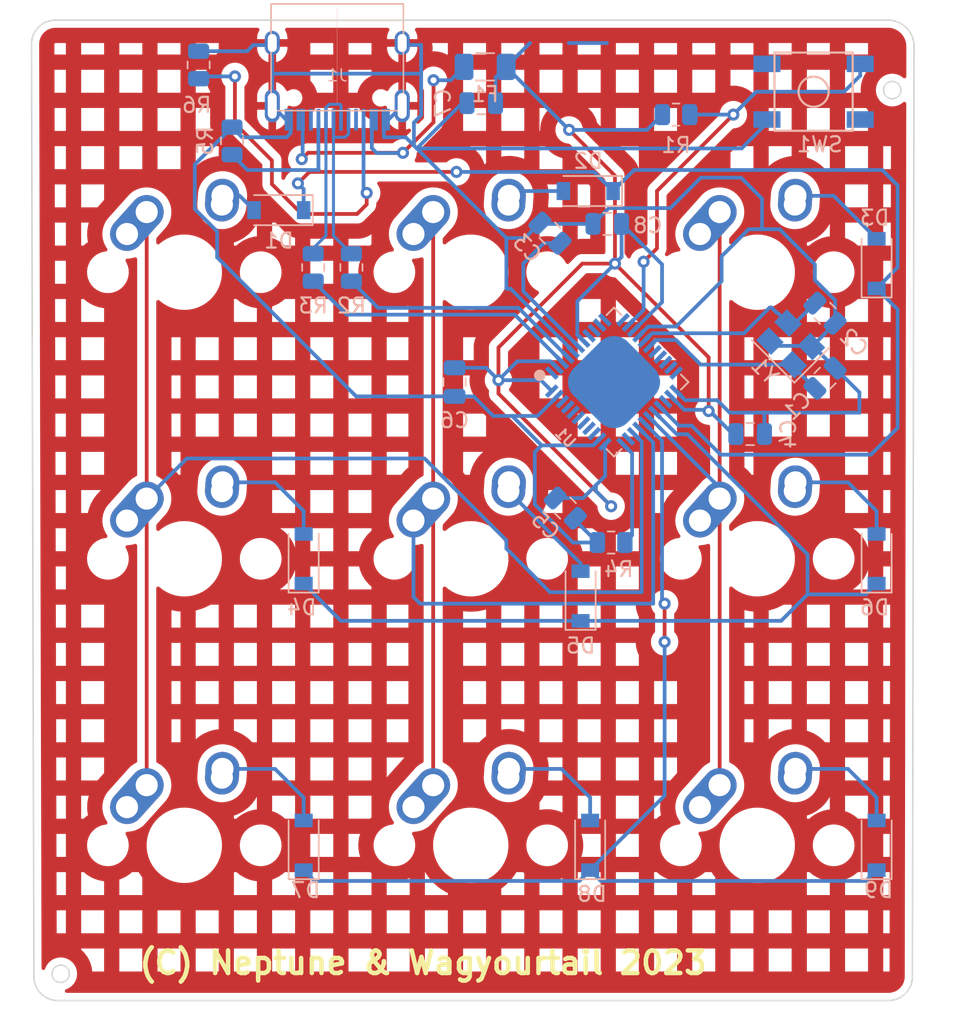
<source format=kicad_pcb>
(kicad_pcb (version 20211014) (generator pcbnew)
  (layers (0 "F.Cu" signal) (31 "B.Cu" signal) (34 "B.Paste" user) (35 "F.Paste" user) (36 "B.SilkS" user "B.Silkscreen") (37 "F.SilkS" user "F.Silkscreen") (38 "B.Mask" user) (39 "F.Mask" user) (44 "Edge.Cuts" user))
  (net 0 "")
  (net 1 "GND")
  (net 2 "Net-(C1-Pad2)")
  (net 3 "Net-(C2-Pad2)")
  (net 4 "Net-(C3-Pad1)")
  (net 5 "+5V")
  (net 6 "ROW0")
  (net 7 "Net-(D1-Pad2)")
  (net 8 "Net-(D2-Pad2)")
  (net 9 "Net-(D3-Pad2)")
  (net 10 "ROW1")
  (net 11 "Net-(D4-Pad2)")
  (net 12 "Net-(D5-Pad2)")
  (net 13 "Net-(D6-Pad2)")
  (net 14 "ROW2")
  (net 15 "Net-(D7-Pad2)")
  (net 16 "Net-(D8-Pad2)")
  (net 17 "Net-(D9-Pad2)")
  (net 18 "VCC")
  (net 19 "COL0")
  (net 20 "COL1")
  (net 21 "COL2")
  (net 22 "Net-(R1-Pad2)")
  (net 23 "D+")
  (net 24 "Net-(R2-Pad2)")
  (net 25 "D-")
  (net 26 "Net-(R3-Pad2)")
  (net 27 "Net-(R4-Pad2)")
  (net 48 "Net-(J1-PadA5)")
  (net 49 "Net-(J1-PadB5)")
  (footprint "MX_Alps_Hybrid:MX-1U-NoLED" (layer "F.Cu") (at 134.9375 109.5375)
    (fp_text reference "MX7")
    (fp_text value "MX-NoLED")
  )
  (footprint "MX_Alps_Hybrid:MX-1U-NoLED" (layer "F.Cu") (at 134.9375 90.4875)
    (fp_text reference "MX4")
    (fp_text value "MX-NoLED")
  )
  (footprint "MX_Alps_Hybrid:MX-1U-NoLED" (layer "F.Cu") (at 173.0375 90.4875)
    (fp_text reference "MX6")
    (fp_text value "MX-NoLED")
  )
  (footprint "MX_Alps_Hybrid:MX-1U-NoLED" (layer "F.Cu") (at 153.9875 109.5375)
    (fp_text reference "MX8")
    (fp_text value "MX-NoLED")
  )
  (footprint "MX_Alps_Hybrid:MX-1U-NoLED" (layer "F.Cu") (at 153.9875 71.4375)
    (fp_text reference "MX2")
    (fp_text value "MX-NoLED")
  )
  (footprint "MX_Alps_Hybrid:MX-1U-NoLED" (layer "F.Cu") (at 173.0375 71.4375)
    (fp_text reference "MX3")
    (fp_text value "MX-NoLED")
  )
  (footprint "MX_Alps_Hybrid:MX-1U-NoLED" (layer "F.Cu") (at 134.9375 71.4375)
    (fp_text reference "MX1")
    (fp_text value "MX-NoLED")
  )
  (footprint "MX_Alps_Hybrid:MX-1U-NoLED" (layer "F.Cu") (at 173.0375 109.5375)
    (fp_text reference "MX9")
    (fp_text value "MX-NoLED")
  )
  (footprint "MX_Alps_Hybrid:MX-1U-NoLED" (layer "F.Cu") (at 153.9875 90.4875)
    (fp_text reference "MX5")
    (fp_text value "MX-NoLED")
  )
  (footprint "Capacitor_SMD:C_0805_2012Metric" (layer "B.Cu") (at 163.068 68.2244 180)
    (fp_text reference "C8")
    (fp_text value "0.1uF")
  )
  (footprint "Diode_SMD:D_SOD-123" (layer "B.Cu") (at 161.798 66.04 180)
    (fp_text reference "D2")
    (fp_text value "D_Small")
  )
  (footprint "resistor:R_0805_2012Metric" (layer "B.Cu") (at 135.89 57.658 90)
    (fp_text reference "R6")
    (fp_text value "5.1k")
  )
  (footprint "Diode_SMD:D_SOD-123" (layer "B.Cu") (at 161.29 92.964 90)
    (fp_text reference "D5")
    (fp_text value "D_Small")
  )
  (footprint "Diode_SMD:D_SOD-123" (layer "B.Cu") (at 142.875 90.4875 90)
    (fp_text reference "D4")
    (fp_text value "D_Small")
  )
  (footprint "Capacitor_SMD:C_0805_2012Metric" (layer "B.Cu") (at 159.258 68.834 135)
    (fp_text reference "C3")
    (fp_text value "1uF")
  )
  (footprint "Diode_SMD:D_SOD-123" (layer "B.Cu") (at 180.975 90.4875 90)
    (fp_text reference "D6")
    (fp_text value "D_Small")
  )
  (footprint "Resistor_SMD:R_0805_2012Metric" (layer "B.Cu") (at 146.05 71.12 -90)
    (fp_text reference "R2")
    (fp_text value "22")
  )
  (footprint "Diode_SMD:D_SOD-123" (layer "B.Cu") (at 142.875 109.5375 90)
    (fp_text reference "D7")
    (fp_text value "D_Small")
  )
  (footprint "resistor:R_0805_2012Metric" (layer "B.Cu") (at 138.1125 62.70625 90)
    (fp_text reference "R5")
    (fp_text value "5.1k")
  )
  (footprint "Resistor_SMD:R_0805_2012Metric" (layer "B.Cu") (at 143.51 71.12 -90)
    (fp_text reference "R3")
    (fp_text value "22")
  )
  (footprint "Fuse:Fuse_1206_3216Metric" (layer "B.Cu") (at 154.94 57.785)
    (fp_text reference "F1")
    (fp_text value "500mA")
  )
  (footprint "jlcusbc:TYPE-C-31-M-12" (layer "B.Cu") (at 145.107524 56.1975)
    (fp_text reference "J1")
    (fp_text value "USB_C_Receptacle_USB2.0")
  )
  (footprint "random-keyboard-parts:SKQG-1155865" (layer "B.Cu") (at 176.784 59.436 180)
    (fp_text reference "SW1")
    (fp_text value "SW_Push")
  )
  (footprint "Capacitor_SMD:C_0805_2012Metric" (layer "B.Cu") (at 154.686 60.198 180)
    (fp_text reference "C7")
    (fp_text value "10uF")
  )
  (footprint "Resistor_SMD:R_0805_2012Metric" (layer "B.Cu") (at 167.64 60.96)
    (fp_text reference "R1")
    (fp_text value "10k")
  )
  (footprint "Diode_SMD:D_SOD-123" (layer "B.Cu") (at 141.224 67.31 180)
    (fp_text reference "D1")
    (fp_text value "D_Small")
  )
  (footprint "Diode_SMD:D_SOD-123" (layer "B.Cu") (at 180.975 70.866 90)
    (fp_text reference "D3")
    (fp_text value "D_Small")
  )
  (footprint "Capacitor_SMD:C_0805_2012Metric" (layer "B.Cu") (at 160.274 87.122 -45)
    (fp_text reference "C5")
    (fp_text value "0.1uF")
  )
  (footprint "ATmega32U4-MU:QFN44G-0.5-7X7MM" (layer "B.Cu") (at 163.5125 78.74 -45)
    (fp_text reference "U1")
    (fp_text value "ATmega32U4-A")
  )
  (footprint "Capacitor_SMD:C_0805_2012Metric" (layer "B.Cu") (at 172.5676 82.1944)
    (fp_text reference "C4")
    (fp_text value "0.1uF")
  )
  (footprint "Diode_SMD:D_SOD-123" (layer "B.Cu") (at 161.925 109.5375 90)
    (fp_text reference "D8")
    (fp_text value "D_Small")
  )
  (footprint "Capacitor_SMD:C_0805_2012Metric" (layer "B.Cu") (at 177.546 74.168 135)
    (fp_text reference "C2")
    (fp_text value "22pF")
  )
  (footprint "Crystal:Crystal_SMD_3225-4Pin_3.2x2.5mm" (layer "B.Cu") (at 175.26 76.2 135)
    (fp_text reference "Y1")
    (fp_text value "16MHz")
  )
  (footprint "Resistor_SMD:R_0805_2012Metric" (layer "B.Cu") (at 163.322 89.408)
    (fp_text reference "R4")
    (fp_text value "10k")
  )
  (footprint "Capacitor_SMD:C_0805_2012Metric" (layer "B.Cu") (at 177.546 78.486 -135)
    (fp_text reference "C1")
    (fp_text value "22pF")
  )
  (footprint "Capacitor_SMD:C_0805_2012Metric" (layer "B.Cu") (at 152.908 78.74 -90)
    (fp_text reference "C6")
    (fp_text value "0.1uF")
  )
  (footprint "Diode_SMD:D_SOD-123" (layer "B.Cu") (at 180.975 109.5375 90)
    (fp_text reference "D9")
    (fp_text value "D_Small")
  )
  (gr_arc (start 126.52375 119.85625) (mid 125.401233 119.391267) (end 124.93625 118.26875) (layer "Edge.Cuts") (width 0.1))
  (gr_circle (center 126.72 118.08) (end 126.72 118.656) (layer "Edge.Cuts") (width 0.1) (fill none))
  (gr_arc (start 183.35625 118.26875) (mid 182.891264 119.39125) (end 181.76875 119.85625) (layer "Edge.Cuts") (width 0.1))
  (gr_circle (center 182.016 59.328) (end 182.016 59.904) (layer "Edge.Cuts") (width 0.1) (fill none))
  (gr_line (start 183.35625 118.26875) (end 183.463178 56.425009) (layer "Edge.Cuts") (width 0.1))
  (gr_line (start 181.875678 54.678759) (end 126.365 54.678759) (layer "Edge.Cuts") (width 0.1))
  (gr_line (start 181.76875 119.85625) (end 126.52375 119.85625) (layer "Edge.Cuts") (width 0.1))
  (gr_arc (start 124.7775 56.266259) (mid 125.242483 55.143742) (end 126.365 54.678759) (layer "Edge.Cuts") (width 0.1))
  (gr_arc (start 181.875678 54.678759) (mid 183.006988 55.245007) (end 183.463178 56.425009) (layer "Edge.Cuts") (width 0.1))
  (gr_line (start 124.93625 118.26875) (end 124.7775 56.266259) (layer "Edge.Cuts") (width 0.1))
  (gr_text "(C) Neptune & Wagyourtail 2023" (at 150.8125 117.348) (layer "F.SilkS") (effects (font (size 1.5 1.5) (thickness 0.3))))
  (segment (start 176.5967 76.334619) (end 174.192538 76.334619) (width 0.25) (layer "B.Cu") (net 1))
  (segment (start 156.356401 69.163901) (end 157.584597 69.163901) (width 0.25) (layer "B.Cu") (net 1))
  (segment (start 176.638858 76.376777) (end 176.5967 76.334619) (width 0.25) (layer "B.Cu") (net 1))
  (segment (start 152.908 79.69) (end 154.178 79.69) (width 0.25) (layer "B.Cu") (net 1))
  (segment (start 150.681524 58.237524) (end 150.687524 58.231524) (width 0.25) (layer "B.Cu") (net 1))
  (segment (start 150.20625 61.486264) (end 150.687524 61.00499) (width 0.25) (layer "B.Cu") (net 1))
  (segment (start 140.787524 56.1975) (end 140.787524 58.237524) (width 0.25) (layer "B.Cu") (net 1))
  (segment (start 162.118 68.2244) (end 163.168 67.1744) (width 0.25) (layer "B.Cu") (net 1))
  (segment (start 176.638858 76.376777) (end 176.780279 76.376777) (width 0.25) (layer "B.Cu") (net 1))
  (segment (start 140.650034 56.33499) (end 140.787524 56.1975) (width 0.25) (layer "B.Cu") (net 1))
  (segment (start 137.120566 70.445566) (end 137.120566 68.724757) (width 0.25) (layer "B.Cu") (net 1))
  (segment (start 173.355 66.548) (end 173.355 68.58) (width 0.25) (layer "B.Cu") (net 1))
  (segment (start 141.732524 62.46499) (end 138.78374 62.46499) (width 0.25) (layer "B.Cu") (net 1))
  (segment (start 173.5328 80.772) (end 171.831 80.772) (width 0.25) (layer "B.Cu") (net 1))
  (segment (start 149.65749 62.46499) (end 148.207524 62.46499) (width 0.25) (layer "B.Cu") (net 1))
  (segment (start 176.867499 71.955268) (end 178.217751 73.30552) (width 0.25) (layer "B.Cu") (net 1))
  (segment (start 162.13181 82.949117) (end 158.692402 82.949117) (width 0.25) (layer "B.Cu") (net 1))
  (segment (start 148.207524 61.5975) (end 149.427524 60.3775) (width 0.25) (layer "B.Cu") (net 1))
  (segment (start 173.5176 80.7872) (end 173.5328 80.772) (width 0.25) (layer "B.Cu") (net 1))
  (segment (start 171.99325 63.21075) (end 173.684 61.52) (width 0.25) (layer "B.Cu") (net 1))
  (segment (start 157.584597 69.163901) (end 158.586249 68.162249) (width 0.25) (layer "B.Cu") (net 1))
  (segment (start 142.007524 61.2975) (end 142.007524 62.18999) (width 0.25) (layer "B.Cu") (net 1))
  (segment (start 168.250116 79.942082) (end 167.640236 79.332202) (width 0.25) (layer "B.Cu") (net 1))
  (segment (start 167.2676 67.1744) (end 169.291 65.151) (width 0.25) (layer "B.Cu") (net 1))
  (segment (start 162.4095 89.408) (end 160.782 89.408) (width 0.25) (layer "B.Cu") (net 1))
  (segment (start 135.89 56.7455) (end 139.117014 56.7455) (width 0.25) (layer "B.Cu") (net 1))
  (segment (start 155.479866 80.991866) (end 156.735151 80.991866) (width 0.25) (layer "B.Cu") (net 1))
  (segment (start 156.356401 69.163901) (end 156.356401 72.536401) (width 0.25) (layer "B.Cu") (net 1))
  (segment (start 158.242 86.868) (end 158.242 83.399519) (width 0.25) (layer "B.Cu") (net 1))
  (segment (start 169.291 65.151) (end 171.958 65.151) (width 0.25) (layer "B.Cu") (net 1))
  (segment (start 158.242 83.399519) (end 158.692402 82.949117) (width 0.25) (layer "B.Cu") (net 1))
  (segment (start 176.780279 76.376777) (end 178.217751 77.814249) (width 0.25) (layer "B.Cu") (net 1))
  (segment (start 135.9595 56.815) (end 135.89 56.7455) (width 0.25) (layer "B.Cu") (net 1))
  (segment (start 160.782 89.408) (end 158.242 86.868) (width 0.25) (layer "B.Cu") (net 1))
  (segment (start 150.687524 61.00499) (end 150.687524 58.231524) (width 0.25) (layer "B.Cu") (net 1))
  (segment (start 158.432207 80.991866) (end 156.735151 80.991866) (width 0.25) (layer "B.Cu") (net 1))
  (segment (start 150.40325 63.21075) (end 171.99325 63.21075) (width 0.25) (layer "B.Cu") (net 1))
  (segment (start 141.732524 61.2975) (end 141.707524 61.2975) (width 0.25) (layer "B.Cu") (net 1))
  (segment (start 156.356401 69.163901) (end 151.16525 63.97275) (width 0.25) (layer "B.Cu") (net 1))
  (segment (start 150.20625 63.01375) (end 149.65749 62.46499) (width 0.25) (layer "B.Cu") (net 1))
  (segment (start 170.668599 70.377401) (end 172.466 68.58) (width 0.25) (layer "B.Cu") (net 1))
  (segment (start 151.16525 63.97275) (end 150.40325 63.21075) (width 0.25) (layer "B.Cu") (net 1))
  (segment (start 139.527524 56.33499) (end 140.650034 56.33499) (width 0.25) (layer "B.Cu") (net 1))
  (segment (start 135.636 67.240191) (end 135.636 64.27025) (width 0.25) (layer "B.Cu") (net 1))
  (segment (start 158.692402 82.949117) (end 156.735151 80.991866) (width 0.25) (layer "B.Cu") (net 1))
  (segment (start 154.178 79.69) (end 155.479866 80.991866) (width 0.25) (layer "B.Cu") (net 1))
  (segment (start 159.738318 79.685755) (end 158.432207 80.991866) (width 0.25) (layer "B.Cu") (net 1))
  (segment (start 152.908 79.69) (end 146.365 79.69) (width 0.25) (layer "B.Cu") (net 1))
  (segment (start 156.356401 72.536401) (end 156.637149 72.536401) (width 0.25) (layer "B.Cu") (net 1))
  (segment (start 142.007524 62.18999) (end 141.732524 62.46499) (width 0.25) (layer "B.Cu") (net 1))
  (segment (start 173.355 68.58) (end 174.527767 68.58) (width 0.25) (layer "B.Cu") (net 1))
  (segment (start 160.945751 87.944251) (end 162.4095 89.408) (width 0.25) (layer "B.Cu") (net 1))
  (segment (start 149.555014 56.32499) (end 149.427524 56.1975) (width 0.25) (layer "B.Cu") (net 1))
  (segment (start 150.687524 56.32499) (end 149.555014 56.32499) (width 0.25) (layer "B.Cu") (net 1))
  (segment (start 165.79319 75.045097) (end 167.651903 75.045097) (width 0.25) (layer "B.Cu") (net 1))
  (segment (start 150.20625 63.01375) (end 150.20625 61.486264) (width 0.25) (layer "B.Cu") (net 1))
  (segment (start 146.365 79.69) (end 137.120566 70.445566) (width 0.25) (layer "B.Cu") (net 1))
  (segment (start 178.217751 73.30552) (end 178.217751 74.839751) (width 0.25) (layer "B.Cu") (net 1))
  (segment (start 150.20625 63.01375) (end 150.40325 63.21075) (width 0.25) (layer "B.Cu") (net 1))
  (segment (start 150.687524 58.231524) (end 150.687524 56.32499) (width 0.25) (layer "B.Cu") (net 1))
  (segment (start 176.867499 70.919732) (end 176.867499 71.955268) (width 0.25) (layer "B.Cu") (net 1))
  (segment (start 178.217751 77.814249) (end 179.832 79.428498) (width 0.25) (layer "B.Cu") (net 1))
  (segment (start 171.831 80.772) (end 171.201354 80.772) (width 0.25) (layer "B.Cu") (net 1))
  (segment (start 170.371436 79.942082) (end 168.250116 79.942082) (width 0.25) (layer "B.Cu") (net 1))
  (segment (start 176.638858 76.376777) (end 176.680725 76.376777) (width 0.25) (layer "B.Cu") (net 1))
  (segment (start 173.5176 82.1944) (end 173.5176 80.7872) (width 0.25) (layer "B.Cu") (net 1))
  (segment (start 171.958 65.151) (end 173.355 66.548) (width 0.25) (layer "B.Cu") (net 1))
  (segment (start 135.636 64.27025) (end 138.1125 61.79375) (width 0.25) (layer "B.Cu") (net 1))
  (segment (start 173.684 61.52) (end 173.684 61.286) (width 0.25) (layer "B.Cu") (net 1))
  (segment (start 174.192538 76.334619) (end 173.881142 76.023223) (width 0.25) (layer "B.Cu") (net 1))
  (segment (start 174.527767 68.58) (end 176.867499 70.919732) (width 0.25) (layer "B.Cu") (net 1))
  (segment (start 139.117014 56.7455) (end 139.527524 56.33499) (width 0.25) (layer "B.Cu") (net 1))
  (segment (start 156.637149 72.536401) (end 160.681748 76.581) (width 0.25) (layer "B.Cu") (net 1))
  (segment (start 140.787524 58.237524) (end 150.681524 58.237524) (width 0.25) (layer "B.Cu") (net 1))
  (segment (start 153.736 60.198) (end 153.733 60.195) (width 0.25) (layer "B.Cu") (net 1))
  (segment (start 162.118 68.2244) (end 158.6484 68.2244) (width 0.25) (layer "B.Cu") (net 1))
  (segment (start 137.120566 68.724757) (end 135.636 67.240191) (width 0.25) (layer "B.Cu") (net 1))
  (segment (start 163.168 67.1744) (end 167.2676 67.1744) (width 0.25) (layer "B.Cu") (net 1))
  (segment (start 153.416 60.198) (end 153.736 60.198) (width 0.25) (layer "B.Cu") (net 1))
  (segment (start 158.6484 68.2244) (end 158.586249 68.162249) (width 0.25) (layer "B.Cu") (net 1))
  (segment (start 171.201354 80.772) (end 170.371436 79.942082) (width 0.25) (layer "B.Cu") (net 1))
  (segment (start 167.651903 75.045097) (end 170.668599 72.028401) (width 0.25) (layer "B.Cu") (net 1))
  (segment (start 141.707524 61.2975) (end 140.787524 60.3775) (width 0.25) (layer "B.Cu") (net 1))
  (segment (start 165.174201 75.664086) (end 165.79319 75.045097) (width 0.25) (layer "B.Cu") (net 1))
  (segment (start 150.40325 63.21075) (end 153.416 60.198) (width 0.25) (layer "B.Cu") (net 1))
  (segment (start 140.787524 58.237524) (end 140.787524 60.3775) (width 0.25) (layer "B.Cu") (net 1))
  (segment (start 160.945751 87.793751) (end 160.945751 87.944251) (width 0.25) (layer "B.Cu") (net 1))
  (segment (start 179.832 80.772) (end 173.5328 80.772) (width 0.25) (layer "B.Cu") (net 1))
  (segment (start 148.207524 62.46499) (end 148.207524 61.5975) (width 0.25) (layer "B.Cu") (net 1))
  (segment (start 176.680725 76.376777) (end 178.217751 74.839751) (width 0.25) (layer "B.Cu") (net 1))
  (segment (start 138.78374 62.46499) (end 138.1125 61.79375) (width 0.25) (layer "B.Cu") (net 1))
  (segment (start 179.832 79.428498) (end 179.832 80.772) (width 0.25) (layer "B.Cu") (net 1))
  (segment (start 162.557906 82.523021) (end 162.13181 82.949117) (width 0.25) (layer "B.Cu") (net 1))
  (segment (start 170.668599 72.028401) (end 170.668599 70.377401) (width 0.25) (layer "B.Cu") (net 1))
  (segment (start 172.466 68.58) (end 173.355 68.58) (width 0.25) (layer "B.Cu") (net 1))
  (segment (start 169.272858 77.578858) (end 167.639097 75.945097) (width 0.25) (layer "B.Cu") (net 2))
  (segment (start 167.639097 75.945097) (end 166.307403 75.945097) (width 0.25) (layer "B.Cu") (net 2))
  (segment (start 175.436777 77.578858) (end 169.272858 77.578858) (width 0.25) (layer "B.Cu") (net 2))
  (segment (start 175.436777 77.578858) (end 175.436777 77.720279) (width 0.25) (layer "B.Cu") (net 2))
  (segment (start 166.307403 75.945097) (end 165.881308 76.371192) (width 0.25) (layer "B.Cu") (net 2))
  (segment (start 175.436777 77.720279) (end 176.874249 79.157751) (width 0.25) (layer "B.Cu") (net 2))
  (segment (start 165.916663 76.371192) (end 165.881308 76.371192) (width 0.25) (layer "B.Cu") (net 2))
  (segment (start 173.863 73.787) (end 172.154903 75.495097) (width 0.25) (layer "B.Cu") (net 3))
  (segment (start 172.154903 75.495097) (end 166.050296 75.495097) (width 0.25) (layer "B.Cu") (net 3))
  (segment (start 175.083223 74.821142) (end 175.549356 74.821142) (width 0.25) (layer "B.Cu") (net 3))
  (segment (start 165.527754 75.982285) (end 165.90352 75.606519) (width 0.25) (layer "B.Cu") (net 3))
  (segment (start 175.083223 74.821142) (end 174.430081 74.168) (width 0.25) (layer "B.Cu") (net 3))
  (segment (start 166.050296 75.495097) (end 165.527754 76.017639) (width 0.25) (layer "B.Cu") (net 3))
  (segment (start 174.430081 74.168) (end 174.371 74.168) (width 0.25) (layer "B.Cu") (net 3))
  (segment (start 174.371 74.168) (end 173.99 73.787) (width 0.25) (layer "B.Cu") (net 3))
  (segment (start 173.99 73.787) (end 173.863 73.787) (width 0.25) (layer "B.Cu") (net 3))
  (segment (start 175.549356 74.821142) (end 176.874249 73.496249) (width 0.25) (layer "B.Cu") (net 3))
  (segment (start 165.527754 76.017639) (end 165.527754 75.982285) (width 0.25) (layer "B.Cu") (net 3))
  (segment (start 159.929751 69.505751) (end 158.840249 69.505751) (width 0.25) (layer "B.Cu") (net 4))
  (segment (start 157.48 72.7075) (end 161.143692 76.371192) (width 0.25) (layer "B.Cu") (net 4))
  (segment (start 158.840249 69.505751) (end 157.48 70.866) (width 0.25) (layer "B.Cu") (net 4))
  (segment (start 157.48 70.866) (end 157.48 72.7075) (width 0.25) (layer "B.Cu") (net 4))
  (segment (start 160.528 61.976) (end 163.576 65.024) (width 0.25) (layer "F.Cu") (net 5))
  (segment (start 169.80575 77.09575) (end 163.576 70.866) (width 0.25) (layer "F.Cu") (net 5))
  (segment (start 163.576 70.866) (end 161.406769 70.866) (width 0.25) (layer "F.Cu") (net 5))
  (segment (start 155.829 79.502) (end 155.829 78.613) (width 0.25) (layer "F.Cu") (net 5))
  (segment (start 169.80575 80.666582) (end 169.80575 77.09575) (width 0.25) (layer "F.Cu") (net 5))
  (segment (start 161.406769 70.866) (end 155.829 76.44377) (width 0.25) (layer "F.Cu") (net 5))
  (segment (start 163.576 65.024) (end 163.576 70.866) (width 0.25) (layer "F.Cu") (net 5))
  (segment (start 163.322 86.995) (end 155.829 79.502) (width 0.25) (layer "F.Cu") (net 5))
  (segment (start 155.829 78.613) (end 155.829 76.44377) (width 0.25) (layer "F.Cu") (net 5))
  (via (at 163.576 70.866) (size 0.8) (drill 0.4) (layers "F.Cu" "B.Cu") (net 5))
  (via (at 163.322 86.995) (size 0.8) (drill 0.4) (layers "F.Cu" "B.Cu") (net 5))
  (via (at 169.80575 80.666582) (size 0.8) (drill 0.4) (layers "F.Cu" "B.Cu") (net 5))
  (via (at 160.528 61.976) (size 0.8) (drill 0.4) (layers "F.Cu" "B.Cu") (net 5))
  (via (at 155.829 78.613) (size 0.8) (drill 0.4) (layers "F.Cu" "B.Cu") (net 5))
  (segment (start 162.310418 85.598936) (end 162.310418 85.983418) (width 0.25) (layer "B.Cu") (net 5))
  (segment (start 170.1495 80.9295) (end 171.262 82.042) (width 0.25) (layer "B.Cu") (net 5))
  (segment (start 161.497246 76.017639) (end 161.07115 75.591543) (width 0.25) (layer "B.Cu") (net 5))
  (segment (start 164.018 70.424) (end 163.576 70.866) (width 0.25) (layer "B.Cu") (net 5))
  (segment (start 160.528 61.976) (end 165.7115 61.976) (width 0.25) (layer "B.Cu") (net 5))
  (segment (start 161.459105 86.450249) (end 162.310418 85.598936) (width 0.25) (layer "B.Cu") (net 5))
  (segment (start 162.920298 84.983702) (end 162.920298 82.867736) (width 0.25) (layer "B.Cu") (net 5))
  (segment (start 164.820648 75.310532) (end 166.707499 73.423681) (width 0.25) (layer "B.Cu") (net 5))
  (segment (start 164.0586 68.2244) (end 164.018 68.2244) (width 0.25) (layer "B.Cu") (net 5))
  (segment (start 162.310418 85.593582) (end 162.920298 84.983702) (width 0.25) (layer "B.Cu") (net 5))
  (segment (start 155.636 58.489) (end 156.34 57.785) (width 0.25) (layer "B.Cu") (net 5))
  (segment (start 169.80575 80.58575) (end 170.1495 80.9295) (width 0.25) (layer "B.Cu") (net 5))
  (segment (start 161.07115 73.37085) (end 163.576 70.866) (width 0.25) (layer "B.Cu") (net 5))
  (segment (start 157.08269 77.35931) (end 159.268028 77.35931) (width 0.25) (layer "B.Cu") (net 5))
  (segment (start 158.647884 78.613) (end 155.829 78.613) (width 0.25) (layer "B.Cu") (net 5))
  (segment (start 167.286682 79.685755) (end 168.186677 80.58575) (width 0.25) (layer "B.Cu") (net 5))
  (segment (start 156.34 57.788) (end 160.528 61.976) (width 0.25) (layer "B.Cu") (net 5))
  (segment (start 155.829 78.613) (end 157.08269 77.35931) (width 0.25) (layer "B.Cu") (net 5))
  (segment (start 166.707499 73.423681) (end 166.707499 70.913899) (width 0.25) (layer "B.Cu") (net 5))
  (segment (start 156.34 57.785) (end 156.34 57.788) (width 0.25) (layer "B.Cu") (net 5))
  (segment (start 163.04569 56.2) (end 160.50569 56.2) (width 0.25) (layer "B.Cu") (net 5))
  (segment (start 165.7115 61.976) (end 166.7275 60.96) (width 0.25) (layer "B.Cu") (net 5))
  (segment (start 161.07115 75.591543) (end 161.07115 73.37085) (width 0.25) (layer "B.Cu") (net 5))
  (segment (start 159.602249 86.450249) (end 161.459105 86.450249) (width 0.25) (layer "B.Cu") (net 5))
  (segment (start 159.375925 79.341041) (end 158.647884 78.613) (width 0.25) (layer "B.Cu") (net 5))
  (segment (start 166.707499 70.913899) (end 164.018 68.2244) (width 0.25) (layer "B.Cu") (net 5))
  (segment (start 155.636 60.198) (end 155.636 58.489) (width 0.25) (layer "B.Cu") (net 5))
  (segment (start 155.829 78.613) (end 155.60378 78.38778) (width 0.25) (layer "B.Cu") (net 5))
  (segment (start 157.925 56.2) (end 156.34 57.785) (width 0.25) (layer "B.Cu") (net 5))
  (segment (start 162.310418 85.983418) (end 163.322 86.995) (width 0.25) (layer "B.Cu") (net 5))
  (segment (start 159.268028 77.35931) (end 159.561508 77.65279) (width 0.25) (layer "B.Cu") (net 5))
  (segment (start 169.886582 80.666582) (end 169.80575 80.666582) (width 0.25) (layer "B.Cu") (net 5))
  (segment (start 168.186677 80.58575) (end 169.80575 80.58575) (width 0.25) (layer "B.Cu") (net 5))
  (segment (start 155.006 77.79) (end 155.829 78.613) (width 0.25) (layer "B.Cu") (net 5))
  (segment (start 162.310418 85.598936) (end 162.310418 85.593582) (width 0.25) (layer "B.Cu") (net 5))
  (segment (start 152.908 77.79) (end 155.006 77.79) (width 0.25) (layer "B.Cu") (net 5))
  (segment (start 164.018 68.2244) (end 164.018 70.424) (width 0.25) (layer "B.Cu") (net 5))
  (segment (start 170.1495 80.9295) (end 169.886582 80.666582) (width 0.25) (layer "B.Cu") (net 5))
  (segment (start 142.494 65.532) (end 143.256 64.77) (width 0.25) (layer "F.Cu") (net 6))
  (segment (start 143.256 64.77) (end 153.035 64.77) (width 0.25) (layer "F.Cu") (net 6))
  (via (at 153.035 64.77) (size 0.8) (drill 0.4) (layers "F.Cu" "B.Cu") (net 6))
  (via (at 142.494 65.532) (size 0.8) (drill 0.4) (layers "F.Cu" "B.Cu") (net 6))
  (segment (start 170.601242 83.566) (end 180.594 83.566) (width 0.25) (layer "B.Cu") (net 6))
  (segment (start 182.372 81.788) (end 182.372 73.913) (width 0.25) (layer "B.Cu") (net 6))
  (segment (start 182.372 71.119) (end 180.975 72.516) (width 0.25) (layer "B.Cu") (net 6))
  (segment (start 181.356 64.643) (end 182.372 65.659) (width 0.25) (layer "B.Cu") (net 6))
  (segment (start 180.594 83.566) (end 182.372 81.788) (width 0.25) (layer "B.Cu") (net 6))
  (segment (start 164.845 64.643) (end 181.356 64.643) (width 0.25) (layer "B.Cu") (net 6))
  (segment (start 142.874 67.31) (end 142.874 65.912) (width 0.25) (layer "B.Cu") (net 6))
  (segment (start 168.67438 81.639138) (end 167.825852 81.639138) (width 0.25) (layer "B.Cu") (net 6))
  (segment (start 182.372 65.659) (end 182.372 71.119) (width 0.25) (layer "B.Cu") (net 6))
  (segment (start 168.67438 81.639138) (end 170.601242 83.566) (width 0.25) (layer "B.Cu") (net 6))
  (segment (start 163.448 66.04) (end 162.178 64.77) (width 0.25) (layer "B.Cu") (net 6))
  (segment (start 182.372 73.913) (end 180.975 72.516) (width 0.25) (layer "B.Cu") (net 6))
  (segment (start 142.874 65.912) (end 142.494 65.532) (width 0.25) (layer "B.Cu") (net 6))
  (segment (start 167.825852 81.639138) (end 166.579576 80.392862) (width 0.25) (layer "B.Cu") (net 6))
  (segment (start 163.448 66.04) (end 164.845 64.643) (width 0.25) (layer "B.Cu") (net 6))
  (segment (start 153.035 64.77) (end 162.178 64.77) (width 0.25) (layer "B.Cu") (net 6))
  (segment (start 138.6215 66.3575) (end 139.574 67.31) (width 0.25) (layer "B.Cu") (net 7))
  (segment (start 137.4775 66.3575) (end 138.6215 66.3575) (width 0.25) (layer "B.Cu") (net 7))
  (segment (start 156.4875 66.9375) (end 157.385 66.04) (width 0.25) (layer "B.Cu") (net 8))
  (segment (start 157.385 66.04) (end 160.148 66.04) (width 0.25) (layer "B.Cu") (net 8))
  (segment (start 177.4825 66.3575) (end 175.5775 66.3575) (width 0.25) (layer "B.Cu") (net 9))
  (segment (start 178.1175 66.3575) (end 177.4825 66.3575) (width 0.25) (layer "B.Cu") (net 9))
  (segment (start 180.975 69.216) (end 180.975 69.215) (width 0.25) (layer "B.Cu") (net 9))
  (segment (start 180.975 69.215) (end 178.1175 66.3575) (width 0.25) (layer "B.Cu") (net 9))
  (segment (start 180.256099 92.856401) (end 180.975 92.1375) (width 0.25) (layer "B.Cu") (net 10))
  (segment (start 168.391537 82.204823) (end 167.68443 82.204823) (width 0.25) (layer "B.Cu") (net 10))
  (segment (start 176.383599 92.856401) (end 180.256099 92.856401) (width 0.25) (layer "B.Cu") (net 10))
  (segment (start 176.383599 90.196885) (end 176.383599 92.856401) (width 0.25) (layer "B.Cu") (net 10))
  (segment (start 161.29 94.614) (end 174.626 94.614) (width 0.25) (layer "B.Cu") (net 10))
  (segment (start 145.3515 94.614) (end 142.875 92.1375) (width 0.25) (layer "B.Cu") (net 10))
  (segment (start 161.29 94.614) (end 145.3515 94.614) (width 0.25) (layer "B.Cu") (net 10))
  (segment (start 168.391537 82.204823) (end 176.383599 90.196885) (width 0.25) (layer "B.Cu") (net 10))
  (segment (start 167.68443 82.204823) (end 166.226022 80.746415) (width 0.25) (layer "B.Cu") (net 10))
  (segment (start 174.626 94.614) (end 176.383599 92.856401) (width 0.25) (layer "B.Cu") (net 10))
  (segment (start 142.875 87.3125) (end 140.97 85.4075) (width 0.25) (layer "B.Cu") (net 11))
  (segment (start 140.97 85.4075) (end 137.4775 85.4075) (width 0.25) (layer "B.Cu") (net 11))
  (segment (start 142.875 88.8375) (end 142.875 87.3125) (width 0.25) (layer "B.Cu") (net 11))
  (segment (start 161.29 91.314) (end 161.29 90.79) (width 0.25) (layer "B.Cu") (net 12))
  (segment (start 161.29 90.79) (end 156.4875 85.9875) (width 0.25) (layer "B.Cu") (net 12))
  (segment (start 180.975 88.8375) (end 180.975 87.3125) (width 0.25) (layer "B.Cu") (net 13))
  (segment (start 179.07 85.4075) (end 175.5775 85.4075) (width 0.25) (layer "B.Cu") (net 13))
  (segment (start 180.975 87.3125) (end 179.07 85.4075) (width 0.25) (layer "B.Cu") (net 13))
  (segment (start 166.878 96.012) (end 166.878 93.472) (width 0.25) (layer "F.Cu") (net 14))
  (via (at 166.878 93.472) (size 0.8) (drill 0.4) (layers "F.Cu" "B.Cu") (net 14))
  (via (at 166.878 96.012) (size 0.8) (drill 0.4) (layers "F.Cu" "B.Cu") (net 14))
  (segment (start 162.643901 111.906401) (end 161.925 111.1875) (width 0.25) (layer "B.Cu") (net 14))
  (segment (start 166.878 93.472) (end 166.707499 93.301499) (width 0.25) (layer "B.Cu") (net 14))
  (segment (start 161.206099 111.906401) (end 143.593901 111.906401) (width 0.25) (layer "B.Cu") (net 14))
  (segment (start 180.256099 111.906401) (end 164.953599 111.906401) (width 0.25) (layer "B.Cu") (net 14))
  (segment (start 180.975 111.1875) (end 180.256099 111.906401) (width 0.25) (layer "B.Cu") (net 14))
  (segment (start 164.953599 111.906401) (end 162.643901 111.906401) (width 0.25) (layer "B.Cu") (net 14))
  (segment (start 143.593901 111.906401) (end 142.875 111.1875) (width 0.25) (layer "B.Cu") (net 14))
  (segment (start 166.707499 93.301499) (end 166.707499 82.642106) (width 0.25) (layer "B.Cu") (net 14))
  (segment (start 166.707499 82.642106) (end 165.527754 81.462361) (width 0.25) (layer "B.Cu") (net 14))
  (segment (start 166.878 106.2345) (end 166.878 96.012) (width 0.25) (layer "B.Cu") (net 14))
  (segment (start 161.925 111.1875) (end 166.878 106.2345) (width 0.25) (layer "B.Cu") (net 14))
  (segment (start 161.925 111.1875) (end 161.206099 111.906401) (width 0.25) (layer "B.Cu") (net 14))
  (segment (start 140.97 104.4575) (end 137.4775 104.4575) (width 0.25) (layer "B.Cu") (net 15))
  (segment (start 142.875 106.3625) (end 140.97 104.4575) (width 0.25) (layer "B.Cu") (net 15))
  (segment (start 142.875 107.8875) (end 142.875 106.3625) (width 0.25) (layer "B.Cu") (net 15))
  (segment (start 161.925 106.3625) (end 160.02 104.4575) (width 0.25) (layer "B.Cu") (net 16))
  (segment (start 161.925 107.8875) (end 161.925 106.3625) (width 0.25) (layer "B.Cu") (net 16))
  (segment (start 160.02 104.4575) (end 156.5275 104.4575) (width 0.25) (layer "B.Cu") (net 16))
  (segment (start 180.975 106.3625) (end 179.07 104.4575) (width 0.25) (layer "B.Cu") (net 17))
  (segment (start 180.975 107.8875) (end 180.975 106.3625) (width 0.25) (layer "B.Cu") (net 17))
  (segment (start 179.07 104.4575) (end 175.5775 104.4575) (width 0.25) (layer "B.Cu") (net 17))
  (segment (start 143.1665 63.5) (end 149.479 63.5) (width 0.25) (layer "F.Cu") (net 18))
  (segment (start 151.511 61.468) (end 151.511 58.674) (width 0.25) (layer "F.Cu") (net 18))
  (segment (start 142.748 63.9185) (end 143.1665 63.5) (width 0.25) (layer "F.Cu") (net 18))
  (segment (start 149.479 63.5) (end 151.511 61.468) (width 0.25) (layer "F.Cu") (net 18))
  (via (at 149.479 63.5) (size 0.8) (drill 0.4) (layers "F.Cu" "B.Cu") (net 18))
  (via (at 151.511 58.674) (size 0.8) (drill 0.4) (layers "F.Cu" "B.Cu") (net 18))
  (via (at 142.748 63.9185) (size 0.8) (drill 0.4) (layers "F.Cu" "B.Cu") (net 18))
  (segment (start 142.807524 63.858976) (end 142.807524 61.2975) (width 0.25) (layer "B.Cu") (net 18))
  (segment (start 153.3525 57.785) (end 153.54 57.785) (width 0.25) (layer "B.Cu") (net 18))
  (segment (start 147.732524 63.51499) (end 147.407524 63.18999) (width 0.25) (layer "B.Cu") (net 18))
  (segment (start 142.748 63.9185) (end 142.807524 63.858976) (width 0.25) (layer "B.Cu") (net 18))
  (segment (start 149.479 63.5) (end 149.46401 63.51499) (width 0.25) (layer "B.Cu") (net 18))
  (segment (start 147.407524 63.18999) (end 147.407524 61.2975) (width 0.25) (layer "B.Cu") (net 18))
  (segment (start 152.651 58.674) (end 153.54 57.785) (width 0.25) (layer "B.Cu") (net 18))
  (segment (start 151.511 58.674) (end 152.651 58.674) (width 0.25) (layer "B.Cu") (net 18))
  (segment (start 149.46401 63.51499) (end 147.732524 63.51499) (width 0.25) (layer "B.Cu") (net 18))
  (segment (start 132.4375 67.4375) (end 132.4375 105.5375) (width 0.25) (layer "F.Cu") (net 19))
  (segment (start 156.356401 89.262861) (end 156.356401 89.808401) (width 0.25) (layer "B.Cu") (net 19))
  (segment (start 132.4375 86.4875) (end 135.105 83.82) (width 0.25) (layer "B.Cu") (net 19))
  (segment (start 135.105 83.82) (end 150.91354 83.82) (width 0.25) (layer "B.Cu") (net 19))
  (segment (start 159.258 92.71) (end 165.354 92.71) (width 0.25) (layer "B.Cu") (net 19))
  (segment (start 156.356401 89.808401) (end 159.258 92.71) (width 0.25) (layer "B.Cu") (net 19))
  (segment (start 165.354 92.71) (end 165.354 82.70282) (width 0.25) (layer "B.Cu") (net 19))
  (segment (start 150.91354 83.82) (end 156.356401 89.262861) (width 0.25) (layer "B.Cu") (net 19))
  (segment (start 165.354 82.70282) (end 164.820648 82.169468) (width 0.25) (layer "B.Cu") (net 19))
  (segment (start 151.4875 67.4375) (end 151.4875 105.5375) (width 0.25) (layer "F.Cu") (net 20))
  (segment (start 150.1775 93.0275) (end 150.1775 87.9475) (width 0.25) (layer "B.Cu") (net 20))
  (segment (start 166.116 82.757713) (end 166.116 93.472) (width 0.25) (layer "B.Cu") (net 20))
  (segment (start 150.622 93.472) (end 150.1775 93.0275) (width 0.25) (layer "B.Cu") (net 20))
  (segment (start 166.116 93.472) (end 150.622 93.472) (width 0.25) (layer "B.Cu") (net 20))
  (segment (start 165.174201 81.815914) (end 166.116 82.757713) (width 0.25) (layer "B.Cu") (net 20))
  (segment (start 170.5375 67.4375) (end 170.5375 105.5375) (width 0.25) (layer "F.Cu") (net 21))
  (segment (start 170.5375 86.4875) (end 170.5375 85.765) (width 0.25) (layer "B.Cu") (net 21))
  (segment (start 170.5375 85.765) (end 165.872469 81.099969) (width 0.25) (layer "B.Cu") (net 21))
  (segment (start 166.37 66.04) (end 166.37 69.85) (width 0.25) (layer "F.Cu") (net 22))
  (segment (start 166.37 66.04) (end 171.45 60.96) (width 0.25) (layer "F.Cu") (net 22))
  (segment (start 166.37 69.85) (end 165.481 70.739) (width 0.25) (layer "F.Cu") (net 22))
  (via (at 171.45 60.96) (size 0.8) (drill 0.4) (layers "F.Cu" "B.Cu") (net 22))
  (via (at 165.481 70.739) (size 0.8) (drill 0.4) (layers "F.Cu" "B.Cu") (net 22))
  (segment (start 168.5525 60.96) (end 171.45 60.96) (width 0.25) (layer "B.Cu") (net 22))
  (segment (start 172.974 59.436) (end 178.816 59.436) (width 0.25) (layer "B.Cu") (net 22))
  (segment (start 165.481 70.739) (end 165.481 73.943073) (width 0.25) (layer "B.Cu") (net 22))
  (segment (start 178.816 59.436) (end 179.884 58.368) (width 0.25) (layer "B.Cu") (net 22))
  (segment (start 165.481 73.943073) (end 164.467094 74.956979) (width 0.25) (layer "B.Cu") (net 22))
  (segment (start 179.884 58.368) (end 179.884 57.586) (width 0.25) (layer "B.Cu") (net 22))
  (segment (start 171.45 60.96) (end 172.974 59.436) (width 0.25) (layer "B.Cu") (net 22))
  (segment (start 145.640034 62.46499) (end 144.857524 62.46499) (width 0.2) (layer "B.Cu") (net 23))
  (segment (start 145.857524 61.2975) (end 145.857524 62.2475) (width 0.2) (layer "B.Cu") (net 23))
  (segment (start 144.857524 61.51499) (end 144.857524 62.46499) (width 0.2) (layer "B.Cu") (net 23))
  (segment (start 146.05 70.2075) (end 144.857524 69.015024) (width 0.2) (layer "B.Cu") (net 23))
  (segment (start 145.857524 62.2475) (end 145.640034 62.46499) (width 0.2) (layer "B.Cu") (net 23))
  (segment (start 144.857524 69.015024) (end 144.857524 62.46499) (width 0.2) (layer "B.Cu") (net 23))
  (segment (start 157.164688 73.806401) (end 160.224454 76.866167) (width 0.25) (layer "B.Cu") (net 24))
  (segment (start 146.05 72.0325) (end 147.823901 73.806401) (width 0.25) (layer "B.Cu") (net 24))
  (segment (start 147.823901 73.806401) (end 157.164688 73.806401) (width 0.25) (layer "B.Cu") (net 24))
  (segment (start 144.357524 61.2975) (end 144.357524 69.002476) (width 0.2) (layer "B.Cu") (net 25))
  (segment (start 144.357524 69.002476) (end 143.51 69.85) (width 0.2) (layer "B.Cu") (net 25))
  (segment (start 145.357524 61.2975) (end 145.357524 60.3475) (width 0.2) (layer "B.Cu") (net 25))
  (segment (start 144.357524 60.493476) (end 144.357524 61.2975) (width 0.2) (layer "B.Cu") (net 25))
  (segment (start 144.5785 60.2725) (end 144.357524 60.493476) (width 0.2) (layer "B.Cu") (net 25))
  (segment (start 145.282524 60.2725) (end 144.5785 60.2725) (width 0.2) (layer "B.Cu") (net 25))
  (segment (start 145.357524 60.3475) (end 145.282524 60.2725) (width 0.2) (layer "B.Cu") (net 25))
  (segment (start 143.51 69.85) (end 143.51 70.2075) (width 0.2) (layer "B.Cu") (net 25))
  (segment (start 156.907581 74.256401) (end 159.8709 77.21972) (width 0.25) (layer "B.Cu") (net 26))
  (segment (start 145.733901 74.256401) (end 156.907581 74.256401) (width 0.25) (layer "B.Cu") (net 26))
  (segment (start 143.51 72.0325) (end 145.733901 74.256401) (width 0.25) (layer "B.Cu") (net 26))
  (segment (start 164.714582 83.477616) (end 164.714582 88.927918) (width 0.25) (layer "B.Cu") (net 27))
  (segment (start 164.104702 82.867736) (end 164.714582 83.477616) (width 0.25) (layer "B.Cu") (net 27))
  (segment (start 164.714582 88.927918) (end 164.2345 89.408) (width 0.25) (layer "B.Cu") (net 27))
  (segment (start 143.857524 61.2975) (end 143.857524 64.609524) (width 0.25) (layer "B.Cu") (net 48))
  (segment (start 139.13675 64.643) (end 138.1125 63.61875) (width 0.25) (layer "B.Cu") (net 48))
  (segment (start 143.891 64.643) (end 139.13675 64.643) (width 0.25) (layer "B.Cu") (net 48))
  (segment (start 143.857524 64.609524) (end 143.891 64.643) (width 0.25) (layer "B.Cu") (net 48))
  (segment (start 140.763808 64.008) (end 140.763808 65.579808) (width 0.25) (layer "F.Cu") (net 49))
  (segment (start 146.431 67.564) (end 146.939 67.056) (width 0.25) (layer "F.Cu") (net 49))
  (segment (start 147.066 66.929) (end 147.066 66.167) (width 0.25) (layer "F.Cu") (net 49))
  (segment (start 142.748 67.564) (end 146.431 67.564) (width 0.25) (layer "F.Cu") (net 49))
  (segment (start 140.763808 65.579808) (end 142.748 67.564) (width 0.25) (layer "F.Cu") (net 49))
  (segment (start 138.303 61.547192) (end 138.303 58.42) (width 0.25) (layer "F.Cu") (net 49))
  (segment (start 146.939 67.056) (end 147.066 66.929) (width 0.25) (layer "F.Cu") (net 49))
  (segment (start 140.763808 64.008) (end 138.303 61.547192) (width 0.25) (layer "F.Cu") (net 49))
  (via (at 147.066 66.167) (size 0.8) (drill 0.4) (layers "F.Cu" "B.Cu") (net 49))
  (via (at 138.303 58.42) (size 0.8) (drill 0.4) (layers "F.Cu" "B.Cu") (net 49))
  (segment (start 138.303 58.42) (end 136.0405 58.42) (width 0.25) (layer "B.Cu") (net 49))
  (segment (start 146.857524 65.958524) (end 146.857524 61.2975) (width 0.25) (layer "B.Cu") (net 49))
  (segment (start 147.066 66.167) (end 146.857524 65.958524) (width 0.25) (layer "B.Cu") (net 49))
  (segment (start 136.0405 58.42) (end 135.89 58.5705) (width 0.25) (layer "B.Cu") (net 49))
  (zone (net 1) (net_name "GND") (layer "F.Cu") (connect_pads (clearance 0.508)) (min_thickness 0.254) (fill yes (mode hatch) (thermal_gap 0.508) (thermal_bridge_width 0.508) (hatch_thickness 1.016) (hatch_gap 1.524) (hatch_orientation 0) (hatch_border_algorithm hatch_thickness) (hatch_min_hole_area 0.3))
    (polygon (pts (xy 185.801 121.285) (xy 123.698 121.412) (xy 122.682 53.594) (xy 186.055 53.34)))
  )
)
</source>
